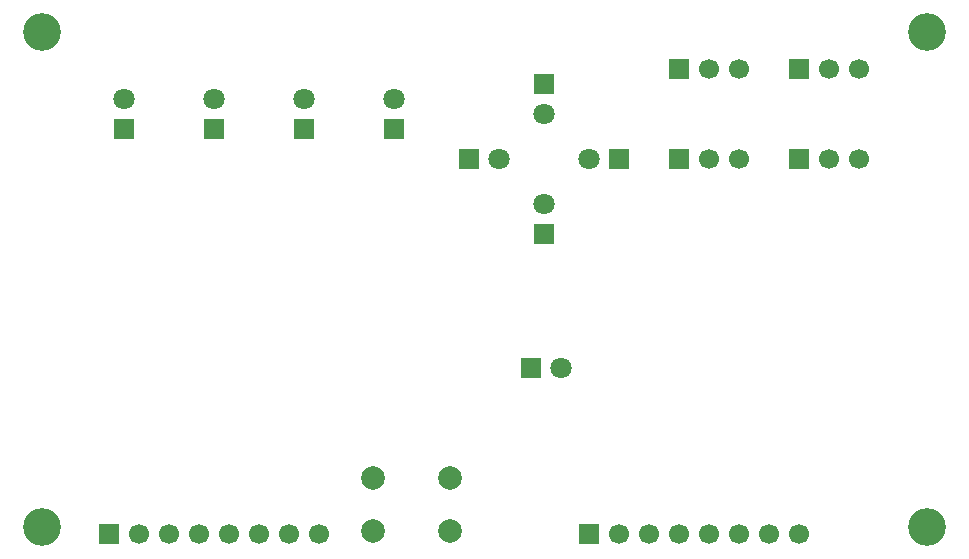
<source format=gbr>
%TF.GenerationSoftware,KiCad,Pcbnew,9.0.5*%
%TF.CreationDate,2025-10-12T13:48:01+02:00*%
%TF.ProjectId,sw63_mk4_displaytestboard,73773633-5f6d-46b3-945f-646973706c61,rev?*%
%TF.SameCoordinates,Original*%
%TF.FileFunction,Soldermask,Bot*%
%TF.FilePolarity,Negative*%
%FSLAX46Y46*%
G04 Gerber Fmt 4.6, Leading zero omitted, Abs format (unit mm)*
G04 Created by KiCad (PCBNEW 9.0.5) date 2025-10-12 13:48:01*
%MOMM*%
%LPD*%
G01*
G04 APERTURE LIST*
%ADD10C,2.000000*%
%ADD11R,1.700000X1.700000*%
%ADD12C,1.700000*%
%ADD13C,3.200000*%
%ADD14R,1.800000X1.800000*%
%ADD15C,1.800000*%
G04 APERTURE END LIST*
D10*
%TO.C,SW1*%
X108689000Y-107006000D03*
X115189000Y-107006000D03*
X108689000Y-111506000D03*
X115189000Y-111506000D03*
%TD*%
D11*
%TO.C,J1*%
X86360000Y-111760000D03*
D12*
X88900000Y-111760000D03*
X91440000Y-111760000D03*
X93980000Y-111760000D03*
X96520000Y-111760000D03*
X99060000Y-111760000D03*
X101600000Y-111760000D03*
X104140000Y-111760000D03*
%TD*%
D13*
%TO.C,H4*%
X80645000Y-111125000D03*
%TD*%
%TO.C,H3*%
X155575000Y-69215000D03*
%TD*%
%TO.C,H2*%
X155575000Y-111125000D03*
%TD*%
%TO.C,H1*%
X80645000Y-69215000D03*
%TD*%
D14*
%TO.C,D14*%
X95250000Y-77470000D03*
D15*
X95250000Y-74930000D03*
%TD*%
D14*
%TO.C,D16*%
X110490000Y-77470000D03*
D15*
X110490000Y-74930000D03*
%TD*%
D14*
%TO.C,D21*%
X122021600Y-97713800D03*
D15*
X124561600Y-97713800D03*
%TD*%
D14*
%TO.C,D20*%
X116840000Y-80010000D03*
D15*
X119380000Y-80010000D03*
%TD*%
D14*
%TO.C,D18*%
X129540000Y-80010000D03*
D15*
X127000000Y-80010000D03*
%TD*%
D11*
%TO.C,J4*%
X134620000Y-72390000D03*
D12*
X137160000Y-72390000D03*
X139700000Y-72390000D03*
%TD*%
D14*
%TO.C,D13*%
X87630000Y-77470000D03*
D15*
X87630000Y-74930000D03*
%TD*%
D14*
%TO.C,D15*%
X102870000Y-77470000D03*
D15*
X102870000Y-74930000D03*
%TD*%
D14*
%TO.C,D19*%
X123190000Y-86360000D03*
D15*
X123190000Y-83820000D03*
%TD*%
D11*
%TO.C,J6*%
X144780000Y-80010000D03*
D12*
X147320000Y-80010000D03*
X149860000Y-80010000D03*
%TD*%
D11*
%TO.C,J3*%
X134620000Y-80010000D03*
D12*
X137160000Y-80010000D03*
X139700000Y-80010000D03*
%TD*%
D11*
%TO.C,J5*%
X144780000Y-72390000D03*
D12*
X147320000Y-72390000D03*
X149860000Y-72390000D03*
%TD*%
D14*
%TO.C,D17*%
X123190000Y-73660000D03*
D15*
X123190000Y-76200000D03*
%TD*%
D11*
%TO.C,J2*%
X127000000Y-111760000D03*
D12*
X129540000Y-111760000D03*
X132080000Y-111760000D03*
X134620000Y-111760000D03*
X137160000Y-111760000D03*
X139700000Y-111760000D03*
X142240000Y-111760000D03*
X144780000Y-111760000D03*
%TD*%
M02*

</source>
